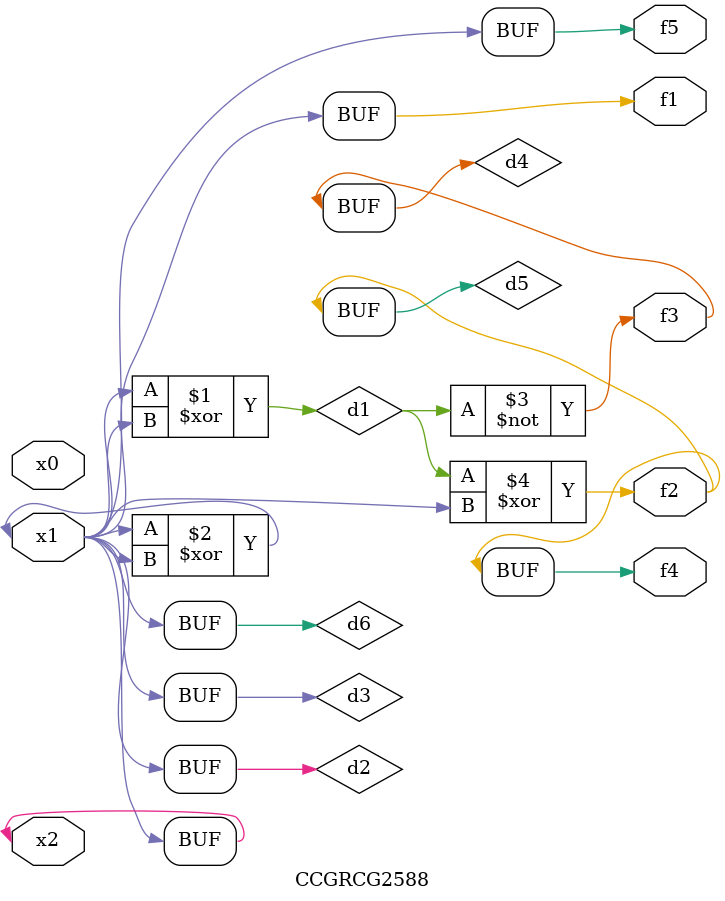
<source format=v>
module CCGRCG2588(
	input x0, x1, x2,
	output f1, f2, f3, f4, f5
);

	wire d1, d2, d3, d4, d5, d6;

	xor (d1, x1, x2);
	buf (d2, x1, x2);
	xor (d3, x1, x2);
	nor (d4, d1);
	xor (d5, d1, d2);
	buf (d6, d2, d3);
	assign f1 = d6;
	assign f2 = d5;
	assign f3 = d4;
	assign f4 = d5;
	assign f5 = d6;
endmodule

</source>
